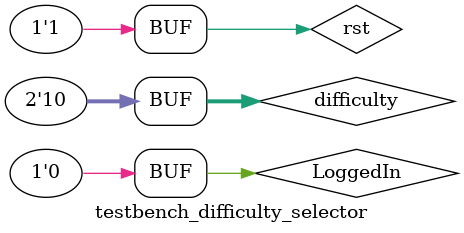
<source format=v>
`timescale 1 ns/100 ps
module testbench_difficulty_selector();

   reg LoggedIn, rst; 
   reg [1:0] difficulty; 
   wire LoggedIn_easy, LoggedIn_medium, LoggedIn_hard; 

   difficulty_selector DUT_difficulty_selector(LoggedIn, difficulty, LoggedIn_easy, LoggedIn_medium, LoggedIn_hard, rst); 

   initial begin
      rst = 1'b1; 
      LoggedIn = 1'b0; 
      difficulty = 2'b00; 

      
      #50 rst = 1'b0;
      
      #25 rst = 1'b1;
     
      #50 LoggedIn = 1'b1; 
     
      #50 difficulty = 2'b01; 
      
      #50 difficulty = 2'b11; 
      
      #50 LoggedIn = 1'b0; 
     
      #50 difficulty = 2'b10; 
   end
endmodule

</source>
